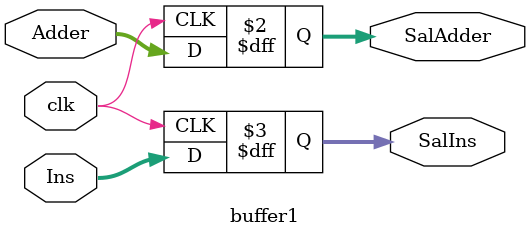
<source format=v>
`timescale 1ns/1ns
module buffer1(
    input [31:0]Adder,
    input [31:0]Ins,
    input clk,
    output reg[31:0]SalAdder,
    output reg[31:0]SalIns
);

//Asignacion de wires o reg
//Na

//Asignaciones, e/o instancias, y/o bloques secuenciales
always @(posedge clk) begin
     SalAdder = Adder;
     SalIns = Ins;   
end

endmodule

</source>
